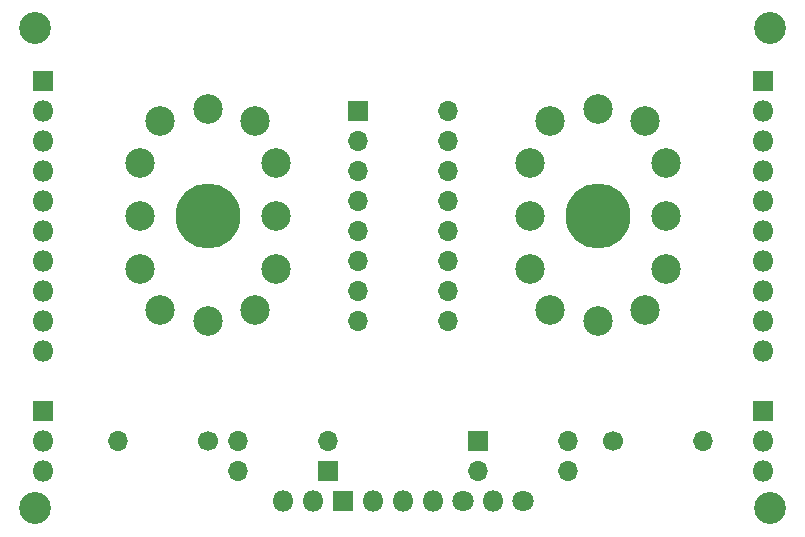
<source format=gbr>
%TF.GenerationSoftware,KiCad,Pcbnew,(5.1.6)-1*%
%TF.CreationDate,2021-12-10T20:44:56+09:00*%
%TF.ProjectId,nixie-kit-1,6e697869-652d-46b6-9974-2d312e6b6963,rev?*%
%TF.SameCoordinates,Original*%
%TF.FileFunction,Soldermask,Bot*%
%TF.FilePolarity,Negative*%
%FSLAX46Y46*%
G04 Gerber Fmt 4.6, Leading zero omitted, Abs format (unit mm)*
G04 Created by KiCad (PCBNEW (5.1.6)-1) date 2021-12-10 20:44:56*
%MOMM*%
%LPD*%
G01*
G04 APERTURE LIST*
%ADD10C,2.700000*%
%ADD11C,1.800000*%
%ADD12O,1.800000X1.800000*%
%ADD13R,1.800000X1.800000*%
%ADD14R,1.700000X1.700000*%
%ADD15O,1.700000X1.700000*%
%ADD16C,2.500000*%
%ADD17C,5.500000*%
%ADD18C,1.700000*%
G04 APERTURE END LIST*
D10*
%TO.C,REF\u002A\u002A*%
X83185000Y-71755000D03*
%TD*%
%TO.C,REF\u002A\u002A*%
X145415000Y-71755000D03*
%TD*%
%TO.C,REF\u002A\u002A*%
X145415000Y-31115000D03*
%TD*%
%TO.C,REF\u002A\u002A*%
X83185000Y-31115000D03*
%TD*%
D11*
%TO.C,J1*%
X124460000Y-71120000D03*
D12*
X121920000Y-71120000D03*
%TD*%
D11*
%TO.C,J1*%
X119380000Y-71120000D03*
D12*
X116840000Y-71120000D03*
X114300000Y-71120000D03*
X111760000Y-71120000D03*
%TD*%
%TO.C,J2*%
X104140000Y-71120000D03*
X106680000Y-71120000D03*
D13*
X109220000Y-71120000D03*
%TD*%
D14*
%TO.C,U2*%
X107950000Y-68580000D03*
D15*
X100330000Y-66040000D03*
X107950000Y-66040000D03*
X100330000Y-68580000D03*
%TD*%
D14*
%TO.C,U3*%
X120650000Y-66040000D03*
D15*
X128270000Y-68580000D03*
X120650000Y-68580000D03*
X128270000Y-66040000D03*
%TD*%
D12*
%TO.C,J5*%
X144780000Y-68580000D03*
X144780000Y-66040000D03*
D13*
X144780000Y-63500000D03*
%TD*%
%TO.C,J3*%
X83820000Y-63500000D03*
D12*
X83820000Y-66040000D03*
X83820000Y-68580000D03*
%TD*%
%TO.C,J4*%
X144780000Y-58420000D03*
X144780000Y-55880000D03*
X144780000Y-53340000D03*
X144780000Y-50800000D03*
X144780000Y-48260000D03*
X144780000Y-45720000D03*
X144780000Y-43180000D03*
X144780000Y-40640000D03*
X144780000Y-38100000D03*
D13*
X144780000Y-35560000D03*
%TD*%
%TO.C,J2*%
X83820000Y-35560000D03*
D12*
X83820000Y-38100000D03*
X83820000Y-40640000D03*
X83820000Y-43180000D03*
X83820000Y-45720000D03*
X83820000Y-48260000D03*
X83820000Y-50800000D03*
X83820000Y-53340000D03*
X83820000Y-55880000D03*
X83820000Y-58420000D03*
%TD*%
D16*
%TO.C,N1*%
X103540000Y-51490000D03*
X93790000Y-54990000D03*
X92040000Y-51490000D03*
X92040000Y-46990000D03*
X92040000Y-42490000D03*
X93790000Y-38990000D03*
X97790000Y-37990000D03*
X101790000Y-38990000D03*
X103540000Y-42490000D03*
X103540000Y-46990000D03*
X101790000Y-54990000D03*
X97790000Y-55880000D03*
D17*
X97790000Y-46990000D03*
%TD*%
%TO.C,N2*%
X130810000Y-46990000D03*
D16*
X130810000Y-55880000D03*
X136560000Y-51490000D03*
X126810000Y-54990000D03*
X125060000Y-51490000D03*
X125060000Y-46990000D03*
X125060000Y-42490000D03*
X126810000Y-38990000D03*
X130810000Y-37990000D03*
X134810000Y-38990000D03*
X136560000Y-42490000D03*
X136560000Y-46990000D03*
X134810000Y-54990000D03*
%TD*%
D18*
%TO.C,R1*%
X97790000Y-66040000D03*
D15*
X90170000Y-66040000D03*
%TD*%
%TO.C,R2*%
X139700000Y-66040000D03*
D18*
X132080000Y-66040000D03*
%TD*%
D14*
%TO.C,U1*%
X110490000Y-38100000D03*
D15*
X118110000Y-55880000D03*
X110490000Y-40640000D03*
X118110000Y-53340000D03*
X110490000Y-43180000D03*
X118110000Y-50800000D03*
X110490000Y-45720000D03*
X118110000Y-48260000D03*
X110490000Y-48260000D03*
X118110000Y-45720000D03*
X110490000Y-50800000D03*
X118110000Y-43180000D03*
X110490000Y-53340000D03*
X118110000Y-40640000D03*
X110490000Y-55880000D03*
X118110000Y-38100000D03*
%TD*%
M02*

</source>
